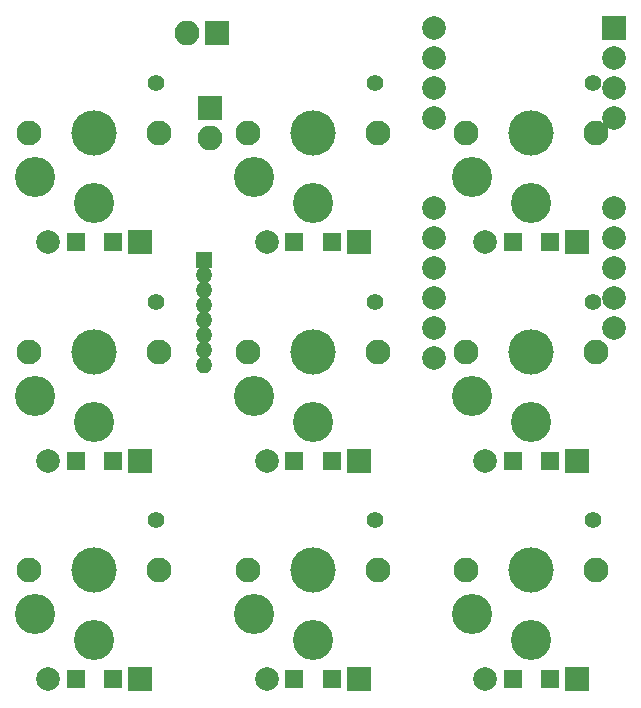
<source format=gbr>
G04 #@! TF.GenerationSoftware,KiCad,Pcbnew,(5.0.0-3-g5ebb6b6)*
G04 #@! TF.CreationDate,2019-02-07T22:00:29-08:00*
G04 #@! TF.ProjectId,arrowPad,6172726F775061642E6B696361645F70,rev?*
G04 #@! TF.SameCoordinates,Original*
G04 #@! TF.FileFunction,Soldermask,Top*
G04 #@! TF.FilePolarity,Negative*
%FSLAX46Y46*%
G04 Gerber Fmt 4.6, Leading zero omitted, Abs format (unit mm)*
G04 Created by KiCad (PCBNEW (5.0.0-3-g5ebb6b6)) date Thursday, February 07, 2019 at 10:00:29 PM*
%MOMM*%
%LPD*%
G01*
G04 APERTURE LIST*
%ADD10R,2.100000X2.100000*%
%ADD11O,2.100000X2.100000*%
%ADD12R,1.600000X1.600000*%
%ADD13R,2.000000X2.000000*%
%ADD14C,2.000000*%
%ADD15C,1.390600*%
%ADD16C,3.400000*%
%ADD17C,3.829000*%
%ADD18C,2.101800*%
%ADD19R,1.400000X1.400000*%
%ADD20O,1.400000X1.400000*%
G04 APERTURE END LIST*
D10*
G04 #@! TO.C,BT1*
X61800000Y-90400000D03*
D11*
X61800000Y-92940000D03*
G04 #@! TD*
D12*
G04 #@! TO.C,D1*
X50425000Y-101750000D03*
X53575000Y-101750000D03*
D13*
X55900000Y-101750000D03*
D14*
X48100000Y-101750000D03*
G04 #@! TD*
G04 #@! TO.C,D2*
X66600000Y-101750000D03*
D13*
X74400000Y-101750000D03*
D12*
X72075000Y-101750000D03*
X68925000Y-101750000D03*
G04 #@! TD*
G04 #@! TO.C,D3*
X87425000Y-101750000D03*
X90575000Y-101750000D03*
D13*
X92900000Y-101750000D03*
D14*
X85100000Y-101750000D03*
G04 #@! TD*
G04 #@! TO.C,D4*
X48100000Y-120250000D03*
D13*
X55900000Y-120250000D03*
D12*
X53575000Y-120250000D03*
X50425000Y-120250000D03*
G04 #@! TD*
G04 #@! TO.C,D5*
X68925000Y-120250000D03*
X72075000Y-120250000D03*
D13*
X74400000Y-120250000D03*
D14*
X66600000Y-120250000D03*
G04 #@! TD*
G04 #@! TO.C,D6*
X85100000Y-120250000D03*
D13*
X92900000Y-120250000D03*
D12*
X90575000Y-120250000D03*
X87425000Y-120250000D03*
G04 #@! TD*
G04 #@! TO.C,D7*
X50425000Y-138750000D03*
X53575000Y-138750000D03*
D13*
X55900000Y-138750000D03*
D14*
X48100000Y-138750000D03*
G04 #@! TD*
G04 #@! TO.C,D8*
X66600000Y-138750000D03*
D13*
X74400000Y-138750000D03*
D12*
X72075000Y-138750000D03*
X68925000Y-138750000D03*
G04 #@! TD*
G04 #@! TO.C,D9*
X87425000Y-138750000D03*
X90575000Y-138750000D03*
D13*
X92900000Y-138750000D03*
D14*
X85100000Y-138750000D03*
G04 #@! TD*
D15*
G04 #@! TO.C,K1*
X57220000Y-88300000D03*
D16*
X52000000Y-98450000D03*
D17*
X52000000Y-92500000D03*
D16*
X47000000Y-96250000D03*
D18*
X57500000Y-92500000D03*
X46500000Y-92500000D03*
G04 #@! TD*
G04 #@! TO.C,K2*
X65000000Y-92500000D03*
X76000000Y-92500000D03*
D16*
X65500000Y-96250000D03*
D17*
X70500000Y-92500000D03*
D16*
X70500000Y-98450000D03*
D15*
X75720000Y-88300000D03*
G04 #@! TD*
G04 #@! TO.C,K3*
X94220000Y-88300000D03*
D16*
X89000000Y-98450000D03*
D17*
X89000000Y-92500000D03*
D16*
X84000000Y-96250000D03*
D18*
X94500000Y-92500000D03*
X83500000Y-92500000D03*
G04 #@! TD*
G04 #@! TO.C,K4*
X46500000Y-111000000D03*
X57500000Y-111000000D03*
D16*
X47000000Y-114750000D03*
D17*
X52000000Y-111000000D03*
D16*
X52000000Y-116950000D03*
D15*
X57220000Y-106800000D03*
G04 #@! TD*
G04 #@! TO.C,K5*
X75720000Y-106800000D03*
D16*
X70500000Y-116950000D03*
D17*
X70500000Y-111000000D03*
D16*
X65500000Y-114750000D03*
D18*
X76000000Y-111000000D03*
X65000000Y-111000000D03*
G04 #@! TD*
G04 #@! TO.C,K6*
X83500000Y-111000000D03*
X94500000Y-111000000D03*
D16*
X84000000Y-114750000D03*
D17*
X89000000Y-111000000D03*
D16*
X89000000Y-116950000D03*
D15*
X94220000Y-106800000D03*
G04 #@! TD*
G04 #@! TO.C,K7*
X57220000Y-125300000D03*
D16*
X52000000Y-135450000D03*
D17*
X52000000Y-129500000D03*
D16*
X47000000Y-133250000D03*
D18*
X57500000Y-129500000D03*
X46500000Y-129500000D03*
G04 #@! TD*
G04 #@! TO.C,K8*
X65000000Y-129500000D03*
X76000000Y-129500000D03*
D16*
X65500000Y-133250000D03*
D17*
X70500000Y-129500000D03*
D16*
X70500000Y-135450000D03*
D15*
X75720000Y-125300000D03*
G04 #@! TD*
G04 #@! TO.C,K9*
X94220000Y-125300000D03*
D16*
X89000000Y-135450000D03*
D17*
X89000000Y-129500000D03*
D16*
X84000000Y-133250000D03*
D18*
X94500000Y-129500000D03*
X83500000Y-129500000D03*
G04 #@! TD*
D10*
G04 #@! TO.C,SW1*
X62400000Y-84000000D03*
D11*
X59860000Y-84000000D03*
G04 #@! TD*
D19*
G04 #@! TO.C,U2*
X61250000Y-103250000D03*
D20*
X61250000Y-104520000D03*
X61250000Y-105790000D03*
X61250000Y-107060000D03*
X61250000Y-108330000D03*
X61250000Y-109600000D03*
X61250000Y-110870000D03*
X61250000Y-112140000D03*
G04 #@! TD*
D14*
G04 #@! TO.C,U1*
X80780000Y-83630000D03*
X80780000Y-86170000D03*
X80780000Y-88710000D03*
X80780000Y-91250000D03*
X80780000Y-98870000D03*
X80780000Y-101410000D03*
X80780000Y-103950000D03*
X80780000Y-106490000D03*
X80780000Y-109030000D03*
X80780000Y-111570000D03*
X96020000Y-109030000D03*
X96020000Y-106490000D03*
X96020000Y-103950000D03*
X96020000Y-101410000D03*
X96020000Y-98870000D03*
X96020000Y-91250000D03*
X96020000Y-88710000D03*
X96020000Y-86170000D03*
D13*
X96020000Y-83630000D03*
G04 #@! TD*
M02*

</source>
